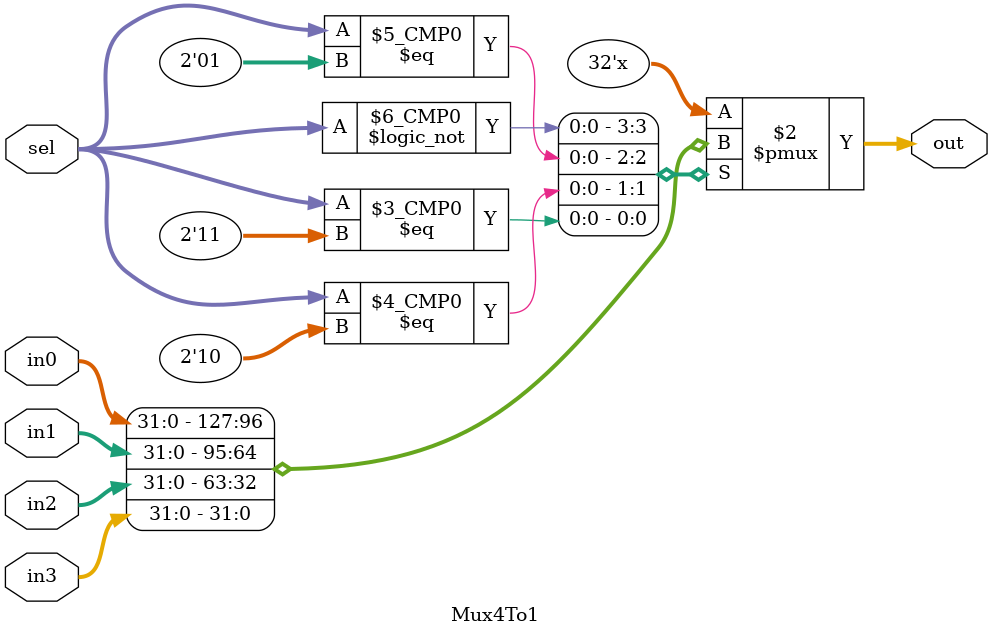
<source format=v>
module Mux4To1 (
    input [31:0] in0, in1, in2, in3,
    input [1:0] sel,
    output reg [31:0] out
);
    
    always @(*) begin
        case(sel)
            2'b00: out = in0;
            2'b01: out = in1;
            2'b10: out = in2;
            2'b11: out = in3;
        endcase
    end
    
endmodule
</source>
